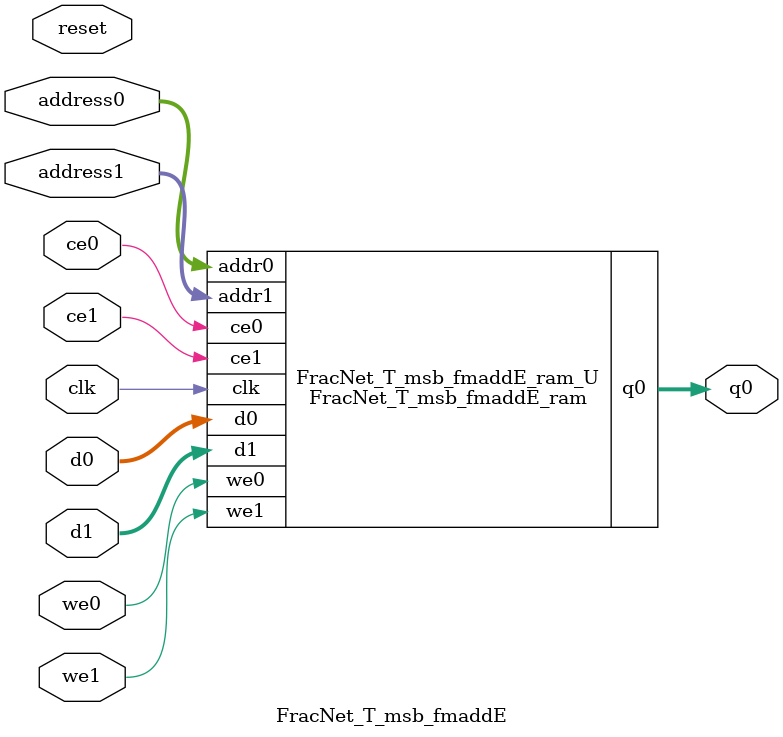
<source format=v>
`timescale 1 ns / 1 ps
module FracNet_T_msb_fmaddE_ram (addr0, ce0, d0, we0, q0, addr1, ce1, d1, we1,  clk);

parameter DWIDTH = 64;
parameter AWIDTH = 11;
parameter MEM_SIZE = 1089;

input[AWIDTH-1:0] addr0;
input ce0;
input[DWIDTH-1:0] d0;
input we0;
output reg[DWIDTH-1:0] q0;
input[AWIDTH-1:0] addr1;
input ce1;
input[DWIDTH-1:0] d1;
input we1;
input clk;

(* ram_style = "block" *)reg [DWIDTH-1:0] ram[0:MEM_SIZE-1];




always @(posedge clk)  
begin 
    if (ce0) begin
        if (we0) 
            ram[addr0] <= d0; 
        q0 <= ram[addr0];
    end
end


always @(posedge clk)  
begin 
    if (ce1) begin
        if (we1) 
            ram[addr1] <= d1; 
    end
end


endmodule

`timescale 1 ns / 1 ps
module FracNet_T_msb_fmaddE(
    reset,
    clk,
    address0,
    ce0,
    we0,
    d0,
    q0,
    address1,
    ce1,
    we1,
    d1);

parameter DataWidth = 32'd64;
parameter AddressRange = 32'd1089;
parameter AddressWidth = 32'd11;
input reset;
input clk;
input[AddressWidth - 1:0] address0;
input ce0;
input we0;
input[DataWidth - 1:0] d0;
output[DataWidth - 1:0] q0;
input[AddressWidth - 1:0] address1;
input ce1;
input we1;
input[DataWidth - 1:0] d1;



FracNet_T_msb_fmaddE_ram FracNet_T_msb_fmaddE_ram_U(
    .clk( clk ),
    .addr0( address0 ),
    .ce0( ce0 ),
    .we0( we0 ),
    .d0( d0 ),
    .q0( q0 ),
    .addr1( address1 ),
    .ce1( ce1 ),
    .we1( we1 ),
    .d1( d1 ));

endmodule


</source>
